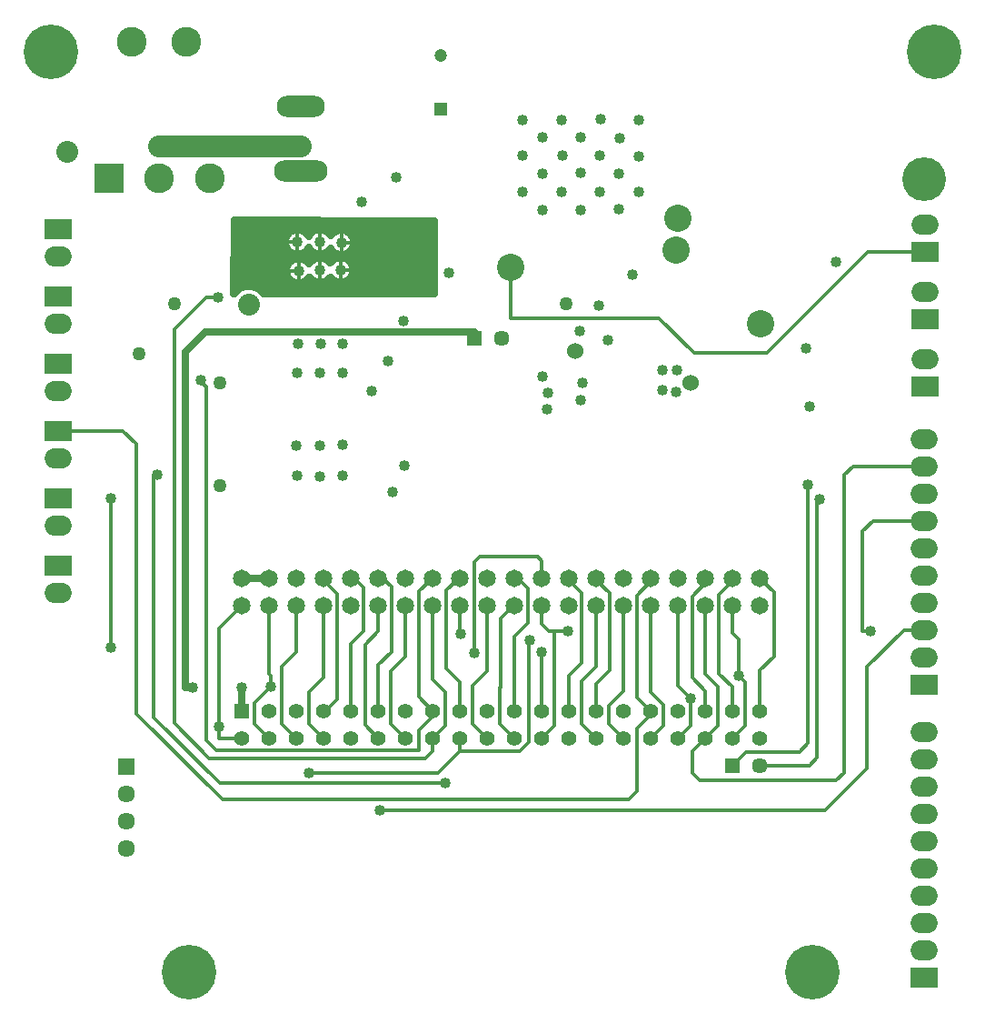
<source format=gbr>
G04 DipTrace 4.3.0.5*
G04 4 - Bottom.gbr*
%MOIN*%
G04 #@! TF.FileFunction,Copper,L4,Bot*
G04 #@! TF.Part,Single*
G04 #@! TA.AperFunction,CopperBalancing*
%ADD15C,0.013*%
G04 #@! TA.AperFunction,ViaPad*
%ADD16C,0.05*%
%ADD17C,0.04*%
G04 #@! TA.AperFunction,CopperBalancing*
%ADD18C,0.025*%
G04 #@! TA.AperFunction,ViaPad*
%ADD19C,0.1*%
%ADD22C,0.08*%
G04 #@! TA.AperFunction,ComponentPad*
%ADD23R,0.047244X0.047244*%
%ADD25C,0.047244*%
%ADD35R,0.098425X0.074803*%
%ADD37O,0.098425X0.074803*%
%ADD38O,0.19685X0.07874*%
%ADD40O,0.177165X0.07874*%
%ADD41R,0.055039X0.055039*%
%ADD43C,0.055039*%
%ADD44R,0.063386X0.063386*%
%ADD46C,0.063386*%
%ADD47R,0.057087X0.057087*%
%ADD49C,0.057087*%
%ADD51C,0.064961*%
%ADD53C,0.2*%
%ADD60R,0.109252X0.109252*%
%ADD62C,0.109252*%
G04 #@! TA.AperFunction,ViaPad*
%ADD66C,0.06*%
%ADD67C,0.16*%
%FSLAX26Y26*%
G04*
G70*
G90*
G75*
G01*
G04 Bottom*
%LPD*%
X2213751Y3161899D2*
D15*
Y2974550D1*
X2757470D1*
X2886491Y2845529D1*
X3154291D1*
X3524221Y3215460D1*
X3734741D1*
X1228541Y2020840D2*
D18*
X1328541D1*
X2528280Y1434520D2*
D15*
X2475302Y1487498D1*
Y1645124D1*
X2528541Y1698363D1*
Y1920840D1*
Y2020840D2*
Y2014909D1*
X2577150Y1966300D1*
Y1682720D1*
X2528280Y1633850D1*
Y1534520D1*
X1328280Y1434520D2*
X1275302Y1487498D1*
Y1563470D1*
X1335043Y1623210D1*
Y1662710D1*
X1328541Y1669212D1*
Y1920840D1*
X1428280Y1434520D2*
X1375302Y1487498D1*
Y1696596D1*
X1428541Y1749835D1*
Y1920840D1*
X1528280Y1434520D2*
X1475302Y1487498D1*
Y1605061D1*
X1528541Y1658300D1*
Y1920840D1*
X2628280Y1434520D2*
X2575302Y1487498D1*
Y1554919D1*
X2628541Y1608158D1*
Y1920840D1*
X2728280Y1434520D2*
X2775302Y1481543D1*
Y1558159D1*
X2728541Y1604920D1*
Y1920840D1*
X2428541Y2020840D2*
Y2013739D1*
X2476031Y1966250D1*
Y1709720D1*
X2428280Y1661969D1*
Y1534520D1*
X2328541Y2020840D2*
Y2084800D1*
X2313141Y2100200D1*
X2101741D1*
X2082611Y2081070D1*
Y1747230D1*
X2326531Y1750550D2*
X2328280Y1748801D1*
Y1534520D1*
X2228541Y1920840D2*
X2222892D1*
X2176401Y1874350D1*
Y1619981D1*
X2175302Y1618882D1*
Y1487498D1*
X2228280Y1434520D1*
X2128541Y1920840D2*
Y1679734D1*
X2075302Y1626495D1*
Y1487498D1*
X2128280Y1434520D1*
X2328541Y1920840D2*
Y1854216D1*
X2354543Y1828214D1*
X2375300D1*
Y1481540D1*
X2328280Y1434520D1*
X3535783Y1828214D2*
X3505081D1*
Y2192810D1*
X3543890Y2231620D1*
X3732171D1*
X2375300Y1828214D2*
X2425523D1*
X2728541Y2020840D2*
Y2008650D1*
X2677840Y1957949D1*
Y1584960D1*
X2728280Y1534520D1*
Y1521819D1*
X2676150Y1469690D1*
Y1239155D1*
X2647024Y1210029D1*
X1156318D1*
X841141Y1525207D1*
Y2512490D1*
X792432Y2561199D1*
X553529D1*
X746461Y1766060D2*
Y2315069D1*
X2828280Y1434520D2*
X2875302Y1481543D1*
Y1581541D1*
X2828541Y1628302D1*
Y1920840D1*
X1528541Y2020840D2*
Y2014490D1*
X1578650Y1964381D1*
Y1578419D1*
X1534751Y1534520D1*
X1528280D1*
X1628541Y2020840D2*
Y2011670D1*
X1649650D1*
X1675611Y1985709D1*
Y1828390D1*
X1628280Y1781060D1*
Y1534520D1*
X2928541Y2020840D2*
Y2002031D1*
X2879680Y1953170D1*
Y1656620D1*
X2928280Y1608020D1*
Y1534520D1*
X1735802Y1168915D2*
X3367166D1*
X3522390Y1324140D1*
Y1696806D1*
X3657204Y1831620D1*
X3732171D1*
X1728280Y1434520D2*
X1680011Y1482789D1*
Y1777852D1*
X1728541Y1826382D1*
Y1920840D1*
Y2020840D2*
X1744529D1*
X1776291Y1989079D1*
Y1750650D1*
X1728280Y1702640D1*
Y1534520D1*
X2928541Y1920840D2*
Y1669629D1*
X2975302Y1622868D1*
Y1481543D1*
X2928280Y1434520D1*
X2879780Y1386020D1*
Y1306977D1*
X2907357Y1279399D1*
X3409103D1*
X3436680Y1306977D1*
Y2398787D1*
X3469514Y2431620D1*
X3732171D1*
X3028541Y2020840D2*
Y2009360D1*
X2979251Y1960070D1*
Y1671090D1*
X3028280Y1622061D1*
Y1534520D1*
X3128280D2*
Y1682405D1*
X3180523Y1734648D1*
Y1968859D1*
X3128541Y2020840D1*
X1141630Y3050529D2*
X1098291D1*
X981641Y2933880D1*
Y1489010D1*
X1109153Y1361498D1*
X1902280D1*
X1928280Y1387498D1*
Y1434520D1*
X1975302Y1481543D1*
Y1603734D1*
X1928541Y1650495D1*
Y1920840D1*
Y2020840D2*
X1926340D1*
X1877470Y1971970D1*
Y1585330D1*
X1928280Y1534520D1*
Y1512750D1*
X1879340Y1463810D1*
Y1388990D1*
X1133108D1*
X1096291Y1425808D1*
Y2723840D1*
X1079351Y2740780D1*
Y2747279D1*
X1975302Y1269002D2*
X1148339D1*
X905730Y1511611D1*
Y2399449D1*
X916130D1*
X2028541Y2020840D2*
X2023361D1*
X1978461Y1975940D1*
Y1688679D1*
X2028280Y1638860D1*
Y1534520D1*
X2228541Y2020840D2*
X2239960D1*
X2278260Y1982540D1*
Y1856389D1*
X2228280Y1806409D1*
Y1534520D1*
X3028280Y1434520D2*
X3075302Y1481543D1*
Y1641338D1*
X3051550Y1665090D1*
Y1796968D1*
X3028541Y1819977D1*
Y1920840D1*
X1828280Y1434520D2*
X1775302Y1487498D1*
Y1679687D1*
X1828541Y1732926D1*
Y1920840D1*
X1444221Y3605070D2*
D22*
X925730D1*
X3305701Y2364750D2*
D15*
Y1415424D1*
X3272783Y1382506D1*
X3076308D1*
X3028262Y1334460D1*
X3348351Y2311670D2*
X3339180D1*
Y1362036D1*
X3311604Y1334460D1*
X3128262D1*
X1475302Y1308502D2*
X1949283D1*
X2028279Y1387498D1*
X2249302D1*
X2280570Y1418766D1*
Y1795239D1*
X2283771D1*
X2028541Y1920840D2*
Y1818050D1*
X2030911D1*
X2028279Y1387498D2*
X2028280Y1434520D1*
X1228280D2*
X1145581D1*
Y1478220D1*
Y1837880D1*
X1228541Y1920840D1*
X1046558Y1621041D2*
D18*
X1021100D1*
Y2849040D1*
X1094470Y2922410D1*
X2081691D1*
Y2900499D1*
X1228280Y1534520D2*
X1228279Y1621041D1*
D17*
X746461Y1766060D3*
Y2315069D3*
D22*
X1444221Y3605070D3*
X925730D3*
D17*
X2770310Y2784490D3*
X2330451Y3504090D3*
X2823581Y2782239D3*
X2771951Y2709420D3*
X2822230Y2703340D3*
X1432340Y3253300D3*
X2612210Y3504529D3*
X2257621Y3437780D3*
X1513721Y3253789D3*
X2402501Y3436430D3*
X2259280Y3701010D3*
X1593020Y3251570D3*
X1515201Y3149420D3*
X2683710Y3566949D3*
X1795491Y3491670D3*
X3406901Y3179529D3*
X1590801Y3150520D3*
X2613351Y3634949D3*
X2470541Y3636760D3*
X2471041Y3507680D3*
X1436650Y3147940D3*
X2402001Y3701910D3*
X1433161Y2879990D3*
X2542771Y3703120D3*
X1517210Y2880239D3*
X1596331Y2880899D3*
X2331810Y3635369D3*
X2258390Y3569250D3*
X1430310Y2773100D3*
X2403210Y3569239D3*
X2685161Y3699470D3*
X1514401Y2773819D3*
X2540340Y3569650D3*
X1596331Y2773810D3*
X1427541Y2507980D3*
X2685970Y3438210D3*
X1513741Y2506070D3*
X2329791Y3370060D3*
X1598020Y2509340D3*
X2470550Y3370060D3*
X1431431Y2396300D3*
X2611730Y3372490D3*
X2541150Y3436990D3*
X1514401Y2394999D3*
X1597371Y2397609D3*
X2326531Y1750550D3*
X2082611Y1747230D3*
D66*
X2452141Y2854960D3*
D17*
X1703131Y2707070D3*
X1763401Y2818030D3*
X2468791Y2928500D3*
X2348760Y2640090D3*
D19*
X2821130Y3223239D3*
D22*
X1255271Y3025060D3*
D16*
X1148291Y2360819D3*
X1147180Y2735630D3*
D17*
X1667176Y3400321D3*
X2661981Y3133730D3*
D16*
X2418360Y3027239D3*
D17*
X2349390Y2699940D3*
X1823235Y2432549D3*
X1819487Y2964171D3*
D19*
X2827801Y3338990D3*
D66*
X2875431Y2735520D3*
D17*
X2476911Y2737819D3*
X2329741Y2759960D3*
X2472428Y2674010D3*
X1780259Y2336919D3*
X1986701Y3140999D3*
D19*
X2213751Y3161899D3*
D17*
X2538230Y3019170D3*
X2570981Y2893130D3*
D67*
X3732661Y3484919D3*
D17*
X1335043Y1623210D3*
X3535783Y1828214D3*
X2425523D3*
X2875302Y1581541D3*
X1735802Y1168915D3*
X1141630Y3050529D3*
X1079351Y2747279D3*
X916130Y2399449D3*
X1975302Y1269002D3*
X3051550Y1665090D3*
X3305701Y2364750D3*
X3348351Y2311670D3*
X2283771Y1795239D3*
X2030911Y1818050D3*
X1475302Y1308502D3*
X1145581Y1478220D3*
X1046558Y1621041D3*
X1228279D3*
X3296787Y2864533D3*
X3312696Y2648683D3*
D16*
X849710Y2842319D3*
D22*
X586251Y3583880D3*
D16*
X979860Y3027499D3*
D19*
X3130680Y2953449D3*
X1203273Y3307321D2*
D18*
X1931621D1*
X1203022Y3282452D2*
X1394345D1*
X1629524D2*
X1931621D1*
X1202753Y3257583D2*
X1384100D1*
X1641060D2*
X1931621D1*
X1202502Y3232714D2*
X1388783D1*
X1637400D2*
X1931621D1*
X1202233Y3207846D2*
X1423213D1*
X1441455D2*
X1576439D1*
X1609590D2*
X1931621D1*
X1201982Y3182977D2*
X1404446D1*
X1468852D2*
X1481328D1*
X1625810D2*
X1931621D1*
X1201712Y3158108D2*
X1389357D1*
X1638602D2*
X1931621D1*
X1201461Y3133239D2*
X1390631D1*
X1635857D2*
X1931621D1*
X1201192Y3108371D2*
X1410815D1*
X1462483D2*
X1492093D1*
X1538306D2*
X1570052D1*
X1611564D2*
X1931621D1*
X1200941Y3083502D2*
X1222244D1*
X1288301D2*
X1931621D1*
X1473152Y3232246D2*
X1471866Y3229898D1*
X1470214Y3227311D1*
X1468394Y3224839D1*
X1466412Y3222494D1*
X1464279Y3220287D1*
X1462003Y3218228D1*
X1459594Y3216325D1*
X1457063Y3214587D1*
X1454422Y3213022D1*
X1451683Y3211637D1*
X1448857Y3210439D1*
X1445957Y3209431D1*
X1442997Y3208620D1*
X1439989Y3208008D1*
X1436946Y3207598D1*
X1433883Y3207392D1*
X1430814D1*
X1427751Y3207596D1*
X1424708Y3208005D1*
X1421700Y3208616D1*
X1418739Y3209426D1*
X1415839Y3210433D1*
X1413013Y3211631D1*
X1410273Y3213015D1*
X1407631Y3214578D1*
X1405100Y3216315D1*
X1402691Y3218217D1*
X1400414Y3220276D1*
X1398279Y3222482D1*
X1396297Y3224826D1*
X1394476Y3227297D1*
X1392823Y3229884D1*
X1391348Y3232576D1*
X1390055Y3235360D1*
X1388951Y3238225D1*
X1388041Y3241156D1*
X1387329Y3244142D1*
X1386818Y3247169D1*
X1386510Y3250224D1*
X1386407Y3253292D1*
X1386509Y3256360D1*
X1386816Y3259414D1*
X1387326Y3262441D1*
X1388037Y3265427D1*
X1388946Y3268359D1*
X1390049Y3271224D1*
X1391340Y3274009D1*
X1392815Y3276701D1*
X1394466Y3279289D1*
X1396287Y3281760D1*
X1398268Y3284105D1*
X1400402Y3286312D1*
X1402678Y3288372D1*
X1405087Y3290274D1*
X1407618Y3292012D1*
X1410259Y3293577D1*
X1412998Y3294962D1*
X1415824Y3296161D1*
X1418724Y3297168D1*
X1421684Y3297980D1*
X1424692Y3298592D1*
X1427735Y3299002D1*
X1430797Y3299207D1*
X1433867Y3299208D1*
X1436930Y3299003D1*
X1439972Y3298595D1*
X1442981Y3297984D1*
X1445942Y3297173D1*
X1448842Y3296167D1*
X1451668Y3294969D1*
X1454408Y3293585D1*
X1457049Y3292021D1*
X1459581Y3290284D1*
X1461990Y3288382D1*
X1464267Y3286323D1*
X1466401Y3284117D1*
X1468384Y3281773D1*
X1470205Y3279302D1*
X1471857Y3276715D1*
X1472891Y3274830D1*
X1474196Y3277191D1*
X1475847Y3279778D1*
X1477667Y3282250D1*
X1479649Y3284595D1*
X1481783Y3286802D1*
X1484059Y3288861D1*
X1486468Y3290764D1*
X1488998Y3292502D1*
X1491639Y3294067D1*
X1494379Y3295452D1*
X1497205Y3296650D1*
X1500104Y3297658D1*
X1503065Y3298469D1*
X1506073Y3299081D1*
X1509115Y3299491D1*
X1512178Y3299697D1*
X1515248D1*
X1518311Y3299493D1*
X1521353Y3299084D1*
X1524361Y3298473D1*
X1527322Y3297663D1*
X1530222Y3296656D1*
X1533049Y3295458D1*
X1535789Y3294074D1*
X1538430Y3292510D1*
X1540961Y3290774D1*
X1543371Y3288872D1*
X1545648Y3286813D1*
X1547782Y3284607D1*
X1549764Y3282263D1*
X1551586Y3279792D1*
X1553238Y3277205D1*
X1554003Y3275809D1*
X1555146Y3277559D1*
X1556967Y3280031D1*
X1558948Y3282375D1*
X1561082Y3284582D1*
X1563358Y3286642D1*
X1565767Y3288545D1*
X1568297Y3290283D1*
X1570938Y3291847D1*
X1573678Y3293232D1*
X1576504Y3294431D1*
X1579403Y3295439D1*
X1582364Y3296250D1*
X1585372Y3296862D1*
X1588414Y3297272D1*
X1591477Y3297477D1*
X1594547Y3297478D1*
X1597610Y3297274D1*
X1600652Y3296865D1*
X1603661Y3296254D1*
X1606621Y3295444D1*
X1609521Y3294437D1*
X1612348Y3293239D1*
X1615088Y3291855D1*
X1617729Y3290291D1*
X1620260Y3288554D1*
X1622670Y3286652D1*
X1624947Y3284594D1*
X1627081Y3282388D1*
X1629064Y3280044D1*
X1630885Y3277573D1*
X1632537Y3274986D1*
X1634013Y3272294D1*
X1635306Y3269509D1*
X1636409Y3266645D1*
X1637319Y3263713D1*
X1638031Y3260727D1*
X1638543Y3257700D1*
X1638850Y3254646D1*
X1638954Y3251570D1*
X1638852Y3248510D1*
X1638545Y3245456D1*
X1638035Y3242429D1*
X1637324Y3239443D1*
X1636415Y3236511D1*
X1635312Y3233646D1*
X1634020Y3230861D1*
X1632545Y3228169D1*
X1630894Y3225581D1*
X1629074Y3223109D1*
X1627092Y3220765D1*
X1624959Y3218558D1*
X1622682Y3216498D1*
X1620274Y3214595D1*
X1617743Y3212858D1*
X1615102Y3211293D1*
X1612363Y3209908D1*
X1609537Y3208709D1*
X1606637Y3207701D1*
X1603676Y3206890D1*
X1600668Y3206278D1*
X1597626Y3205868D1*
X1594563Y3205663D1*
X1591494Y3205662D1*
X1588431Y3205867D1*
X1585388Y3206275D1*
X1582380Y3206886D1*
X1579419Y3207697D1*
X1576519Y3208703D1*
X1573693Y3209901D1*
X1570953Y3211285D1*
X1568311Y3212849D1*
X1565780Y3214586D1*
X1563371Y3216488D1*
X1561094Y3218546D1*
X1558959Y3220753D1*
X1556977Y3223096D1*
X1555155Y3225568D1*
X1553503Y3228155D1*
X1552738Y3229550D1*
X1551595Y3227800D1*
X1549775Y3225328D1*
X1547793Y3222984D1*
X1545659Y3220777D1*
X1543383Y3218717D1*
X1540974Y3216815D1*
X1538444Y3215077D1*
X1535803Y3213512D1*
X1533063Y3212127D1*
X1530237Y3210928D1*
X1527338Y3209921D1*
X1524377Y3209109D1*
X1521369Y3208497D1*
X1518327Y3208087D1*
X1515264Y3207882D1*
X1512194Y3207881D1*
X1509131Y3208086D1*
X1506089Y3208494D1*
X1503081Y3209105D1*
X1500120Y3209916D1*
X1497220Y3210922D1*
X1494393Y3212120D1*
X1491653Y3213504D1*
X1489012Y3215068D1*
X1486481Y3216805D1*
X1484071Y3218707D1*
X1481794Y3220766D1*
X1479660Y3222972D1*
X1477678Y3225316D1*
X1475856Y3227787D1*
X1474204Y3230374D1*
X1473171Y3232259D1*
X1553370Y3123894D2*
X1553075Y3123431D1*
X1551255Y3120960D1*
X1549273Y3118615D1*
X1547140Y3116408D1*
X1544863Y3114349D1*
X1542455Y3112446D1*
X1539924Y3110708D1*
X1537283Y3109143D1*
X1534544Y3107758D1*
X1531718Y3106559D1*
X1528818Y3105552D1*
X1525858Y3104740D1*
X1522849Y3104128D1*
X1519807Y3103719D1*
X1516744Y3103513D1*
X1513675D1*
X1510612Y3103717D1*
X1507569Y3104126D1*
X1504561Y3104737D1*
X1501600Y3105547D1*
X1498700Y3106553D1*
X1495874Y3107751D1*
X1493134Y3109135D1*
X1490492Y3110699D1*
X1487961Y3112436D1*
X1485552Y3114338D1*
X1483275Y3116397D1*
X1481140Y3118603D1*
X1479158Y3120947D1*
X1477337Y3123418D1*
X1476389Y3124901D1*
X1474524Y3121951D1*
X1472704Y3119479D1*
X1470722Y3117135D1*
X1468589Y3114928D1*
X1466312Y3112868D1*
X1463903Y3110965D1*
X1461373Y3109228D1*
X1458732Y3107663D1*
X1455992Y3106278D1*
X1453167Y3105079D1*
X1450267Y3104072D1*
X1447306Y3103260D1*
X1444298Y3102648D1*
X1441256Y3102238D1*
X1438193Y3102033D1*
X1435123Y3102032D1*
X1432061Y3102237D1*
X1429018Y3102645D1*
X1426010Y3103256D1*
X1423049Y3104067D1*
X1420149Y3105073D1*
X1417323Y3106271D1*
X1414583Y3107655D1*
X1411941Y3109219D1*
X1409410Y3110956D1*
X1407001Y3112858D1*
X1404724Y3114917D1*
X1402589Y3117123D1*
X1400607Y3119467D1*
X1398785Y3121938D1*
X1397133Y3124525D1*
X1395657Y3127216D1*
X1394365Y3130001D1*
X1393261Y3132865D1*
X1392351Y3135797D1*
X1391639Y3138783D1*
X1391128Y3141810D1*
X1390820Y3144864D1*
X1390717Y3147932D1*
X1390819Y3151000D1*
X1391126Y3154054D1*
X1391636Y3157081D1*
X1392347Y3160068D1*
X1393256Y3163000D1*
X1394358Y3165865D1*
X1395650Y3168649D1*
X1397125Y3171342D1*
X1398776Y3173929D1*
X1400597Y3176401D1*
X1402578Y3178745D1*
X1404712Y3180952D1*
X1406988Y3183012D1*
X1409397Y3184915D1*
X1411927Y3186653D1*
X1414568Y3188217D1*
X1417308Y3189602D1*
X1420134Y3190801D1*
X1423033Y3191809D1*
X1425994Y3192620D1*
X1429002Y3193232D1*
X1432044Y3193642D1*
X1435107Y3193848D1*
X1438177D1*
X1441240Y3193644D1*
X1444282Y3193235D1*
X1447290Y3192624D1*
X1450251Y3191814D1*
X1453151Y3190807D1*
X1455978Y3189609D1*
X1458718Y3188225D1*
X1461359Y3186661D1*
X1463890Y3184925D1*
X1466300Y3183023D1*
X1468577Y3180964D1*
X1470711Y3178758D1*
X1472694Y3176414D1*
X1474515Y3173943D1*
X1475462Y3172460D1*
X1477327Y3175410D1*
X1479148Y3177881D1*
X1481129Y3180226D1*
X1483263Y3182433D1*
X1485539Y3184492D1*
X1487948Y3186395D1*
X1490479Y3188133D1*
X1493119Y3189698D1*
X1495859Y3191083D1*
X1498685Y3192282D1*
X1501585Y3193289D1*
X1504545Y3194101D1*
X1507553Y3194713D1*
X1510595Y3195122D1*
X1513658Y3195328D1*
X1516728D1*
X1519791Y3195124D1*
X1522833Y3194715D1*
X1525842Y3194104D1*
X1528802Y3193294D1*
X1531702Y3192288D1*
X1534529Y3191090D1*
X1537269Y3189706D1*
X1539910Y3188142D1*
X1542441Y3186405D1*
X1544851Y3184503D1*
X1547128Y3182444D1*
X1549262Y3180238D1*
X1551245Y3177894D1*
X1552609Y3176043D1*
X1554748Y3178981D1*
X1556729Y3181326D1*
X1558863Y3183532D1*
X1561139Y3185592D1*
X1563548Y3187495D1*
X1566078Y3189233D1*
X1568719Y3190798D1*
X1571459Y3192182D1*
X1574285Y3193381D1*
X1577184Y3194389D1*
X1580145Y3195200D1*
X1583153Y3195812D1*
X1586195Y3196222D1*
X1589258Y3196428D1*
X1592328D1*
X1595391Y3196224D1*
X1598433Y3195815D1*
X1601441Y3195204D1*
X1604402Y3194394D1*
X1607302Y3193387D1*
X1610129Y3192189D1*
X1612869Y3190805D1*
X1615510Y3189241D1*
X1618041Y3187505D1*
X1620451Y3185603D1*
X1622728Y3183544D1*
X1624862Y3181338D1*
X1626844Y3178994D1*
X1628666Y3176523D1*
X1630318Y3173936D1*
X1631794Y3171244D1*
X1633086Y3168460D1*
X1634190Y3165595D1*
X1635100Y3162663D1*
X1635812Y3159677D1*
X1636323Y3156651D1*
X1636631Y3153596D1*
X1636734Y3150520D1*
X1636632Y3147460D1*
X1636326Y3144406D1*
X1635816Y3141379D1*
X1635104Y3138393D1*
X1634196Y3135461D1*
X1633093Y3132596D1*
X1631801Y3129811D1*
X1630326Y3127119D1*
X1628675Y3124531D1*
X1626855Y3122059D1*
X1624873Y3119715D1*
X1622739Y3117508D1*
X1620463Y3115448D1*
X1618054Y3113546D1*
X1615524Y3111808D1*
X1612883Y3110243D1*
X1610143Y3108858D1*
X1607317Y3107659D1*
X1604418Y3106652D1*
X1601457Y3105840D1*
X1598449Y3105228D1*
X1595407Y3104818D1*
X1592344Y3104613D1*
X1589274Y3104612D1*
X1586211Y3104817D1*
X1583169Y3105225D1*
X1580161Y3105836D1*
X1577200Y3106647D1*
X1574300Y3107653D1*
X1571474Y3108851D1*
X1568733Y3110235D1*
X1566092Y3111799D1*
X1563561Y3113536D1*
X1561151Y3115438D1*
X1558874Y3117497D1*
X1556740Y3119703D1*
X1554758Y3122047D1*
X1553393Y3123897D1*
X1201380Y3062937D2*
X1201918Y3063798D1*
X1207829Y3070847D1*
X1214663Y3077004D1*
X1222287Y3082150D1*
X1230554Y3086185D1*
X1239301Y3089030D1*
X1248359Y3090630D1*
X1257552Y3090953D1*
X1266701Y3089995D1*
X1275627Y3087772D1*
X1284156Y3084329D1*
X1292124Y3079732D1*
X1299374Y3074071D1*
X1305766Y3067456D1*
X1309046Y3062944D1*
X1934125Y3062940D1*
X1934121Y3330683D1*
X1836523Y3330874D1*
X1201042Y3332164D1*
X1198223Y3062937D1*
X1201303Y3062940D1*
X1432340Y3299197D2*
D15*
Y3207402D1*
X1386443Y3253300D2*
X1432340D1*
X1513721Y3299687D2*
Y3207892D1*
X1593020Y3297468D2*
Y3205673D1*
Y3251570D2*
X1638918D1*
X1515201Y3195318D2*
Y3103523D1*
X1590801Y3196418D2*
Y3104623D1*
Y3150520D2*
X1636698D1*
X1436650Y3193838D2*
Y3102043D1*
X1390753Y3147940D2*
X1436650D1*
D23*
X1956200Y3740264D3*
D25*
Y3937115D3*
D35*
X553920Y3301050D3*
D37*
X553931Y3201050D3*
D35*
X553840Y3054789D3*
D37*
Y2954789D3*
D35*
X553857Y2808029D3*
D37*
X553868Y2708029D3*
D35*
X3734741Y3215460D3*
D37*
Y3315460D3*
D35*
X3734952Y2968699D3*
D37*
Y3068699D3*
D35*
X3734550Y2721930D3*
D37*
Y2821930D3*
D35*
X553529Y2561199D3*
D37*
Y2461199D3*
D35*
X554321Y2315069D3*
D37*
Y2215069D3*
D35*
X554129Y2067669D3*
D37*
Y1967669D3*
D38*
X1444221Y3514289D3*
D40*
Y3750510D3*
D41*
X1228280Y1534520D3*
D43*
X1328280D3*
X1428280D3*
X1528280D3*
X1628280D3*
X1728280D3*
X1828280D3*
X1928280D3*
X2028280D3*
X2128280D3*
X2228280D3*
X2328280D3*
X2428280D3*
X2528280D3*
X2628280D3*
X2728280D3*
X2828280D3*
X2928280D3*
X3028280D3*
X3128280D3*
X1228280Y1434520D3*
X1328280D3*
X1428280D3*
X1528280D3*
X1628280D3*
X1728280D3*
X1828280D3*
X1928280D3*
X2028280D3*
X2128280D3*
X2228280D3*
X2328280D3*
X2428280D3*
X2528280D3*
X2628280D3*
X2728280D3*
X2828280D3*
X2928280D3*
X3028280D3*
X3128280D3*
D44*
X803031Y1330789D3*
D46*
Y1230789D3*
Y1130789D3*
Y1030789D3*
D47*
X3028262Y1334460D3*
D49*
X3128262D3*
D35*
X3732171Y1631620D3*
D37*
Y1731620D3*
Y1831620D3*
Y1931620D3*
Y2031620D3*
Y2131620D3*
Y2231620D3*
Y2331620D3*
Y2431620D3*
Y2531620D3*
D35*
X3731721Y555250D3*
D37*
Y655250D3*
Y755250D3*
Y855250D3*
Y955250D3*
Y1055250D3*
Y1155250D3*
Y1255250D3*
Y1355250D3*
Y1455250D3*
D47*
X2081691Y2900499D3*
D49*
X2181691D3*
D51*
X1228541Y1920840D3*
Y2020840D3*
X1328541Y1920840D3*
Y2020840D3*
X1428541Y1920840D3*
Y2020840D3*
X1528541Y1920840D3*
Y2020840D3*
X1628541D3*
Y1920840D3*
X1728541Y2020840D3*
Y1920840D3*
X1828541Y2020840D3*
Y1920840D3*
X1928541D3*
Y2020840D3*
X2028541Y1920840D3*
Y2020840D3*
X2128541Y1920840D3*
Y2020840D3*
X2228541Y1920840D3*
Y2020840D3*
X2328541Y1920840D3*
Y2020840D3*
X2428541Y1920840D3*
Y2020840D3*
X2528541Y1920840D3*
Y2020840D3*
X2628541Y1920840D3*
Y2020840D3*
X2728541Y1920840D3*
Y2020840D3*
X2828541Y1920840D3*
Y2020840D3*
X2928541Y1920840D3*
Y2020840D3*
X3028541Y1920840D3*
Y2020840D3*
X3128541Y1920840D3*
Y2020840D3*
D53*
X3321381Y577940D3*
X3768700Y3951190D3*
X527121D3*
X1035591Y576310D3*
D60*
X740691Y3485739D3*
D62*
X925730D3*
X1110770D3*
X825730Y3985739D3*
X1025730D3*
M02*

</source>
